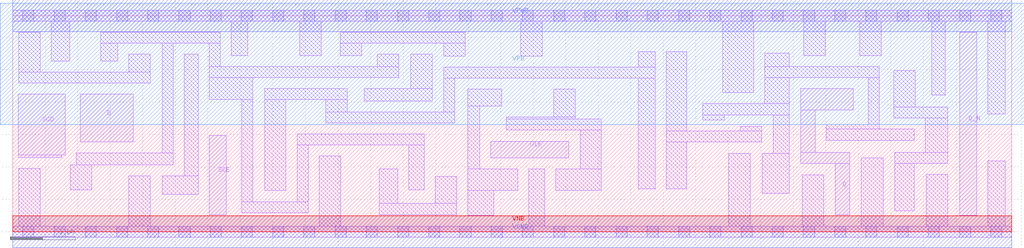
<source format=lef>
# Copyright 2020 The SkyWater PDK Authors
#
# Licensed under the Apache License, Version 2.0 (the "License");
# you may not use this file except in compliance with the License.
# You may obtain a copy of the License at
#
#     https://www.apache.org/licenses/LICENSE-2.0
#
# Unless required by applicable law or agreed to in writing, software
# distributed under the License is distributed on an "AS IS" BASIS,
# WITHOUT WARRANTIES OR CONDITIONS OF ANY KIND, either express or implied.
# See the License for the specific language governing permissions and
# limitations under the License.
#
# SPDX-License-Identifier: Apache-2.0

VERSION 5.7 ;
  NOWIREEXTENSIONATPIN ON ;
  DIVIDERCHAR "/" ;
  BUSBITCHARS "[]" ;
MACRO sky130_fd_sc_lp__sdfxbp_2
  CLASS CORE ;
  FOREIGN sky130_fd_sc_lp__sdfxbp_2 ;
  ORIGIN  0.000000  0.000000 ;
  SIZE  15.36000 BY  3.330000 ;
  SYMMETRY X Y R90 ;
  SITE unit ;
  PIN D
    ANTENNAGATEAREA  0.159000 ;
    DIRECTION INPUT ;
    USE SIGNAL ;
    PORT
      LAYER li1 ;
        RECT 1.040000 1.385000 1.850000 2.120000 ;
    END
  END D
  PIN Q
    ANTENNADIFFAREA  0.588000 ;
    DIRECTION OUTPUT ;
    USE SIGNAL ;
    PORT
      LAYER li1 ;
        RECT 12.110000 1.050000 12.870000 1.220000 ;
        RECT 12.110000 1.220000 12.335000 1.875000 ;
        RECT 12.110000 1.875000 12.920000 2.205000 ;
        RECT 12.640000 0.260000 12.870000 1.050000 ;
    END
  END Q
  PIN Q_N
    ANTENNADIFFAREA  0.588000 ;
    DIRECTION OUTPUT ;
    USE SIGNAL ;
    PORT
      LAYER li1 ;
        RECT 14.555000 0.255000 14.815000 3.075000 ;
    END
  END Q_N
  PIN SCD
    ANTENNAGATEAREA  0.159000 ;
    DIRECTION INPUT ;
    USE SIGNAL ;
    PORT
      LAYER li1 ;
        RECT 0.085000 1.145000 0.755000 1.185000 ;
        RECT 0.085000 1.185000 0.805000 2.120000 ;
    END
  END SCD
  PIN SCE
    ANTENNAGATEAREA  0.318000 ;
    DIRECTION INPUT ;
    USE SIGNAL ;
    PORT
      LAYER li1 ;
        RECT 3.020000 0.265000 3.285000 1.485000 ;
    END
  END SCE
  PIN CLK
    ANTENNAGATEAREA  0.159000 ;
    DIRECTION INPUT ;
    USE CLOCK ;
    PORT
      LAYER li1 ;
        RECT 7.345000 1.140000 8.550000 1.395000 ;
    END
  END CLK
  PIN VGND
    DIRECTION INOUT ;
    USE GROUND ;
    PORT
      LAYER met1 ;
        RECT 0.000000 -0.245000 15.360000 0.245000 ;
    END
  END VGND
  PIN VNB
    DIRECTION INOUT ;
    USE GROUND ;
    PORT
      LAYER pwell ;
        RECT 0.000000 0.000000 15.360000 0.245000 ;
    END
  END VNB
  PIN VPB
    DIRECTION INOUT ;
    USE POWER ;
    PORT
      LAYER nwell ;
        RECT -0.190000 1.655000 15.550000 3.520000 ;
    END
  END VPB
  PIN VPWR
    DIRECTION INOUT ;
    USE POWER ;
    PORT
      LAYER met1 ;
        RECT 0.000000 3.085000 15.360000 3.575000 ;
    END
  END VPWR
  OBS
    LAYER li1 ;
      RECT  0.000000 -0.085000 15.360000 0.085000 ;
      RECT  0.000000  3.245000 15.360000 3.415000 ;
      RECT  0.095000  0.085000  0.425000 0.975000 ;
      RECT  0.095000  2.290000  2.115000 2.460000 ;
      RECT  0.095000  2.460000  0.425000 3.075000 ;
      RECT  0.595000  2.630000  0.875000 3.245000 ;
      RECT  0.885000  0.645000  1.215000 1.030000 ;
      RECT  0.975000  1.030000  2.465000 1.215000 ;
      RECT  1.355000  2.630000  1.615000 2.905000 ;
      RECT  1.355000  2.905000  3.190000 3.075000 ;
      RECT  1.785000  0.085000  2.115000 0.860000 ;
      RECT  1.785000  2.460000  2.115000 2.735000 ;
      RECT  2.295000  0.580000  2.850000 0.860000 ;
      RECT  2.295000  1.215000  2.465000 2.905000 ;
      RECT  2.635000  0.860000  2.850000 2.735000 ;
      RECT  3.020000  2.035000  3.690000 2.375000 ;
      RECT  3.020000  2.375000  5.935000 2.545000 ;
      RECT  3.020000  2.545000  3.190000 2.905000 ;
      RECT  3.360000  2.715000  3.610000 3.245000 ;
      RECT  3.520000  0.295000  4.540000 0.465000 ;
      RECT  3.520000  0.465000  3.690000 2.035000 ;
      RECT  3.870000  0.635000  4.200000 2.035000 ;
      RECT  3.870000  2.035000  5.145000 2.205000 ;
      RECT  4.370000  0.465000  4.540000 1.335000 ;
      RECT  4.370000  1.335000  6.325000 1.505000 ;
      RECT  4.415000  2.715000  4.745000 3.245000 ;
      RECT  4.710000  0.085000  5.040000 1.165000 ;
      RECT  4.815000  1.675000  6.795000 1.845000 ;
      RECT  4.815000  1.845000  5.145000 2.035000 ;
      RECT  5.035000  2.715000  5.365000 2.905000 ;
      RECT  5.035000  2.905000  6.955000 3.075000 ;
      RECT  5.400000  2.015000  6.445000 2.205000 ;
      RECT  5.605000  2.545000  5.935000 2.735000 ;
      RECT  5.635000  0.265000  6.825000 0.435000 ;
      RECT  5.635000  0.435000  5.920000 0.965000 ;
      RECT  6.090000  0.645000  6.325000 1.335000 ;
      RECT  6.115000  2.205000  6.445000 2.735000 ;
      RECT  6.495000  0.435000  6.825000 0.855000 ;
      RECT  6.625000  1.845000  6.795000 2.365000 ;
      RECT  6.625000  2.365000  9.875000 2.535000 ;
      RECT  6.625000  2.705000  6.955000 2.905000 ;
      RECT  6.995000  0.255000  7.395000 0.640000 ;
      RECT  6.995000  0.640000  7.760000 0.970000 ;
      RECT  6.995000  0.970000  7.175000 1.940000 ;
      RECT  6.995000  1.940000  7.515000 2.195000 ;
      RECT  7.590000  1.565000  9.050000 1.735000 ;
      RECT  7.590000  1.735000  8.650000 1.770000 ;
      RECT  7.810000  2.705000  8.140000 3.245000 ;
      RECT  7.930000  0.085000  8.180000 0.970000 ;
      RECT  8.320000  1.770000  8.650000 2.195000 ;
      RECT  8.350000  0.640000  9.050000 0.970000 ;
      RECT  8.720000  0.970000  9.050000 1.565000 ;
      RECT  9.615000  0.660000  9.875000 2.365000 ;
      RECT  9.615000  2.535000  9.875000 2.775000 ;
      RECT 10.045000  0.660000 10.360000 1.380000 ;
      RECT 10.045000  1.380000 11.510000 1.550000 ;
      RECT 10.045000  1.550000 10.360000 2.775000 ;
      RECT 10.610000  1.720000 10.940000 1.795000 ;
      RECT 10.610000  1.795000 11.940000 1.975000 ;
      RECT 10.915000  2.145000 11.390000 3.245000 ;
      RECT 11.010000  0.085000 11.340000 1.210000 ;
      RECT 11.180000  1.550000 11.510000 1.625000 ;
      RECT 11.520000  0.590000 11.940000 1.210000 ;
      RECT 11.560000  1.975000 11.940000 2.375000 ;
      RECT 11.560000  2.375000 13.320000 2.545000 ;
      RECT 11.560000  2.545000 11.940000 2.755000 ;
      RECT 11.690000  1.210000 11.940000 1.795000 ;
      RECT 12.140000  0.085000 12.470000 0.880000 ;
      RECT 12.160000  2.715000 12.490000 3.245000 ;
      RECT 12.505000  1.405000 13.855000 1.585000 ;
      RECT 12.505000  1.585000 13.320000 1.655000 ;
      RECT 13.020000  2.715000 13.350000 3.245000 ;
      RECT 13.040000  0.085000 13.385000 1.140000 ;
      RECT 13.150000  1.655000 13.320000 2.375000 ;
      RECT 13.545000  1.755000 14.375000 1.925000 ;
      RECT 13.545000  1.925000 13.875000 2.485000 ;
      RECT 13.555000  0.325000 13.855000 1.055000 ;
      RECT 13.555000  1.055000 14.375000 1.225000 ;
      RECT 14.025000  1.225000 14.375000 1.755000 ;
      RECT 14.045000  0.085000 14.375000 0.885000 ;
      RECT 14.125000  2.105000 14.335000 3.245000 ;
      RECT 14.985000  0.085000 15.255000 1.090000 ;
      RECT 14.985000  1.815000 15.255000 3.245000 ;
    LAYER mcon ;
      RECT  0.155000 -0.085000  0.325000 0.085000 ;
      RECT  0.155000  3.245000  0.325000 3.415000 ;
      RECT  0.635000 -0.085000  0.805000 0.085000 ;
      RECT  0.635000  3.245000  0.805000 3.415000 ;
      RECT  1.115000 -0.085000  1.285000 0.085000 ;
      RECT  1.115000  3.245000  1.285000 3.415000 ;
      RECT  1.595000 -0.085000  1.765000 0.085000 ;
      RECT  1.595000  3.245000  1.765000 3.415000 ;
      RECT  2.075000 -0.085000  2.245000 0.085000 ;
      RECT  2.075000  3.245000  2.245000 3.415000 ;
      RECT  2.555000 -0.085000  2.725000 0.085000 ;
      RECT  2.555000  3.245000  2.725000 3.415000 ;
      RECT  3.035000 -0.085000  3.205000 0.085000 ;
      RECT  3.035000  3.245000  3.205000 3.415000 ;
      RECT  3.515000 -0.085000  3.685000 0.085000 ;
      RECT  3.515000  3.245000  3.685000 3.415000 ;
      RECT  3.995000 -0.085000  4.165000 0.085000 ;
      RECT  3.995000  3.245000  4.165000 3.415000 ;
      RECT  4.475000 -0.085000  4.645000 0.085000 ;
      RECT  4.475000  3.245000  4.645000 3.415000 ;
      RECT  4.955000 -0.085000  5.125000 0.085000 ;
      RECT  4.955000  3.245000  5.125000 3.415000 ;
      RECT  5.435000 -0.085000  5.605000 0.085000 ;
      RECT  5.435000  3.245000  5.605000 3.415000 ;
      RECT  5.915000 -0.085000  6.085000 0.085000 ;
      RECT  5.915000  3.245000  6.085000 3.415000 ;
      RECT  6.395000 -0.085000  6.565000 0.085000 ;
      RECT  6.395000  3.245000  6.565000 3.415000 ;
      RECT  6.875000 -0.085000  7.045000 0.085000 ;
      RECT  6.875000  3.245000  7.045000 3.415000 ;
      RECT  7.355000 -0.085000  7.525000 0.085000 ;
      RECT  7.355000  3.245000  7.525000 3.415000 ;
      RECT  7.835000 -0.085000  8.005000 0.085000 ;
      RECT  7.835000  3.245000  8.005000 3.415000 ;
      RECT  8.315000 -0.085000  8.485000 0.085000 ;
      RECT  8.315000  3.245000  8.485000 3.415000 ;
      RECT  8.795000 -0.085000  8.965000 0.085000 ;
      RECT  8.795000  3.245000  8.965000 3.415000 ;
      RECT  9.275000 -0.085000  9.445000 0.085000 ;
      RECT  9.275000  3.245000  9.445000 3.415000 ;
      RECT  9.755000 -0.085000  9.925000 0.085000 ;
      RECT  9.755000  3.245000  9.925000 3.415000 ;
      RECT 10.235000 -0.085000 10.405000 0.085000 ;
      RECT 10.235000  3.245000 10.405000 3.415000 ;
      RECT 10.715000 -0.085000 10.885000 0.085000 ;
      RECT 10.715000  3.245000 10.885000 3.415000 ;
      RECT 11.195000 -0.085000 11.365000 0.085000 ;
      RECT 11.195000  3.245000 11.365000 3.415000 ;
      RECT 11.675000 -0.085000 11.845000 0.085000 ;
      RECT 11.675000  3.245000 11.845000 3.415000 ;
      RECT 12.155000 -0.085000 12.325000 0.085000 ;
      RECT 12.155000  3.245000 12.325000 3.415000 ;
      RECT 12.635000 -0.085000 12.805000 0.085000 ;
      RECT 12.635000  3.245000 12.805000 3.415000 ;
      RECT 13.115000 -0.085000 13.285000 0.085000 ;
      RECT 13.115000  3.245000 13.285000 3.415000 ;
      RECT 13.595000 -0.085000 13.765000 0.085000 ;
      RECT 13.595000  3.245000 13.765000 3.415000 ;
      RECT 14.075000 -0.085000 14.245000 0.085000 ;
      RECT 14.075000  3.245000 14.245000 3.415000 ;
      RECT 14.555000 -0.085000 14.725000 0.085000 ;
      RECT 14.555000  3.245000 14.725000 3.415000 ;
      RECT 15.035000 -0.085000 15.205000 0.085000 ;
      RECT 15.035000  3.245000 15.205000 3.415000 ;
  END
END sky130_fd_sc_lp__sdfxbp_2
END LIBRARY

</source>
